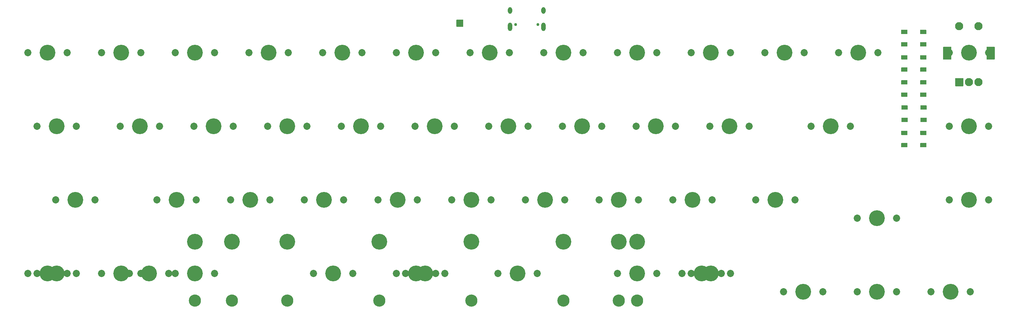
<source format=gts>
G04 #@! TF.GenerationSoftware,KiCad,Pcbnew,5.1.7-a382d34a8~87~ubuntu20.04.1*
G04 #@! TF.CreationDate,2020-10-08T17:39:55-07:00*
G04 #@! TF.ProjectId,Program Yoink,50726f67-7261-46d2-9059-6f696e6b2e6b,rev?*
G04 #@! TF.SameCoordinates,Original*
G04 #@! TF.FileFunction,Soldermask,Top*
G04 #@! TF.FilePolarity,Negative*
%FSLAX46Y46*%
G04 Gerber Fmt 4.6, Leading zero omitted, Abs format (unit mm)*
G04 Created by KiCad (PCBNEW 5.1.7-a382d34a8~87~ubuntu20.04.1) date 2020-10-08 17:39:55*
%MOMM*%
%LPD*%
G01*
G04 APERTURE LIST*
%ADD10C,4.089800*%
%ADD11C,1.852000*%
%ADD12C,0.752000*%
%ADD13O,1.102000X2.202000*%
%ADD14O,1.102000X1.702000*%
%ADD15C,2.102000*%
%ADD16C,3.150000*%
%ADD17C,0.100000*%
G04 APERTURE END LIST*
G36*
G01*
X-21348000Y257595000D02*
X-21348000Y259295000D01*
G75*
G02*
X-21297000Y259346000I51000J0D01*
G01*
X-19597000Y259346000D01*
G75*
G02*
X-19546000Y259295000I0J-51000D01*
G01*
X-19546000Y257595000D01*
G75*
G02*
X-19597000Y257544000I-51000J0D01*
G01*
X-21297000Y257544000D01*
G75*
G02*
X-21348000Y257595000I0J51000D01*
G01*
G37*
D10*
X75406250Y231775000D03*
D11*
X70326250Y231775000D03*
X80486250Y231775000D03*
D12*
X-285000Y258068750D03*
X-6065000Y258068750D03*
D13*
X-7495000Y257538750D03*
X1145000Y257538750D03*
D14*
X-7495000Y261718750D03*
X1145000Y261718750D03*
G36*
G01*
X109638400Y242147000D02*
X107638400Y242147000D01*
G75*
G02*
X107587400Y242198000I0J51000D01*
G01*
X107587400Y244198000D01*
G75*
G02*
X107638400Y244249000I51000J0D01*
G01*
X109638400Y244249000D01*
G75*
G02*
X109689400Y244198000I0J-51000D01*
G01*
X109689400Y242198000D01*
G75*
G02*
X109638400Y242147000I-51000J0D01*
G01*
G37*
D15*
X111138400Y243198000D03*
X113638400Y243198000D03*
G36*
G01*
X106538400Y249047000D02*
X104538400Y249047000D01*
G75*
G02*
X104487400Y249098000I0J51000D01*
G01*
X104487400Y252298000D01*
G75*
G02*
X104538400Y252349000I51000J0D01*
G01*
X106538400Y252349000D01*
G75*
G02*
X106589400Y252298000I0J-51000D01*
G01*
X106589400Y249098000D01*
G75*
G02*
X106538400Y249047000I-51000J0D01*
G01*
G37*
G36*
G01*
X117738400Y249047000D02*
X115738400Y249047000D01*
G75*
G02*
X115687400Y249098000I0J51000D01*
G01*
X115687400Y252298000D01*
G75*
G02*
X115738400Y252349000I51000J0D01*
G01*
X117738400Y252349000D01*
G75*
G02*
X117789400Y252298000I0J-51000D01*
G01*
X117789400Y249098000D01*
G75*
G02*
X117738400Y249047000I-51000J0D01*
G01*
G37*
X108638400Y257698000D03*
X113638400Y257698000D03*
G36*
G01*
X100115000Y253484000D02*
X100115000Y252484000D01*
G75*
G02*
X100064000Y252433000I-51000J0D01*
G01*
X98564000Y252433000D01*
G75*
G02*
X98513000Y252484000I0J51000D01*
G01*
X98513000Y253484000D01*
G75*
G02*
X98564000Y253535000I51000J0D01*
G01*
X100064000Y253535000D01*
G75*
G02*
X100115000Y253484000I0J-51000D01*
G01*
G37*
G36*
G01*
X100115000Y256684000D02*
X100115000Y255684000D01*
G75*
G02*
X100064000Y255633000I-51000J0D01*
G01*
X98564000Y255633000D01*
G75*
G02*
X98513000Y255684000I0J51000D01*
G01*
X98513000Y256684000D01*
G75*
G02*
X98564000Y256735000I51000J0D01*
G01*
X100064000Y256735000D01*
G75*
G02*
X100115000Y256684000I0J-51000D01*
G01*
G37*
G36*
G01*
X95215000Y253484000D02*
X95215000Y252484000D01*
G75*
G02*
X95164000Y252433000I-51000J0D01*
G01*
X93664000Y252433000D01*
G75*
G02*
X93613000Y252484000I0J51000D01*
G01*
X93613000Y253484000D01*
G75*
G02*
X93664000Y253535000I51000J0D01*
G01*
X95164000Y253535000D01*
G75*
G02*
X95215000Y253484000I0J-51000D01*
G01*
G37*
G36*
G01*
X95215000Y256684000D02*
X95215000Y255684000D01*
G75*
G02*
X95164000Y255633000I-51000J0D01*
G01*
X93664000Y255633000D01*
G75*
G02*
X93613000Y255684000I0J51000D01*
G01*
X93613000Y256684000D01*
G75*
G02*
X93664000Y256735000I51000J0D01*
G01*
X95164000Y256735000D01*
G75*
G02*
X95215000Y256684000I0J-51000D01*
G01*
G37*
G36*
G01*
X100152000Y246931000D02*
X100152000Y245931000D01*
G75*
G02*
X100101000Y245880000I-51000J0D01*
G01*
X98601000Y245880000D01*
G75*
G02*
X98550000Y245931000I0J51000D01*
G01*
X98550000Y246931000D01*
G75*
G02*
X98601000Y246982000I51000J0D01*
G01*
X100101000Y246982000D01*
G75*
G02*
X100152000Y246931000I0J-51000D01*
G01*
G37*
G36*
G01*
X100152000Y250131000D02*
X100152000Y249131000D01*
G75*
G02*
X100101000Y249080000I-51000J0D01*
G01*
X98601000Y249080000D01*
G75*
G02*
X98550000Y249131000I0J51000D01*
G01*
X98550000Y250131000D01*
G75*
G02*
X98601000Y250182000I51000J0D01*
G01*
X100101000Y250182000D01*
G75*
G02*
X100152000Y250131000I0J-51000D01*
G01*
G37*
G36*
G01*
X95252000Y246931000D02*
X95252000Y245931000D01*
G75*
G02*
X95201000Y245880000I-51000J0D01*
G01*
X93701000Y245880000D01*
G75*
G02*
X93650000Y245931000I0J51000D01*
G01*
X93650000Y246931000D01*
G75*
G02*
X93701000Y246982000I51000J0D01*
G01*
X95201000Y246982000D01*
G75*
G02*
X95252000Y246931000I0J-51000D01*
G01*
G37*
G36*
G01*
X95252000Y250131000D02*
X95252000Y249131000D01*
G75*
G02*
X95201000Y249080000I-51000J0D01*
G01*
X93701000Y249080000D01*
G75*
G02*
X93650000Y249131000I0J51000D01*
G01*
X93650000Y250131000D01*
G75*
G02*
X93701000Y250182000I51000J0D01*
G01*
X95201000Y250182000D01*
G75*
G02*
X95252000Y250131000I0J-51000D01*
G01*
G37*
G36*
G01*
X100152000Y240454000D02*
X100152000Y239454000D01*
G75*
G02*
X100101000Y239403000I-51000J0D01*
G01*
X98601000Y239403000D01*
G75*
G02*
X98550000Y239454000I0J51000D01*
G01*
X98550000Y240454000D01*
G75*
G02*
X98601000Y240505000I51000J0D01*
G01*
X100101000Y240505000D01*
G75*
G02*
X100152000Y240454000I0J-51000D01*
G01*
G37*
G36*
G01*
X100152000Y243654000D02*
X100152000Y242654000D01*
G75*
G02*
X100101000Y242603000I-51000J0D01*
G01*
X98601000Y242603000D01*
G75*
G02*
X98550000Y242654000I0J51000D01*
G01*
X98550000Y243654000D01*
G75*
G02*
X98601000Y243705000I51000J0D01*
G01*
X100101000Y243705000D01*
G75*
G02*
X100152000Y243654000I0J-51000D01*
G01*
G37*
G36*
G01*
X95252000Y240454000D02*
X95252000Y239454000D01*
G75*
G02*
X95201000Y239403000I-51000J0D01*
G01*
X93701000Y239403000D01*
G75*
G02*
X93650000Y239454000I0J51000D01*
G01*
X93650000Y240454000D01*
G75*
G02*
X93701000Y240505000I51000J0D01*
G01*
X95201000Y240505000D01*
G75*
G02*
X95252000Y240454000I0J-51000D01*
G01*
G37*
G36*
G01*
X95252000Y243654000D02*
X95252000Y242654000D01*
G75*
G02*
X95201000Y242603000I-51000J0D01*
G01*
X93701000Y242603000D01*
G75*
G02*
X93650000Y242654000I0J51000D01*
G01*
X93650000Y243654000D01*
G75*
G02*
X93701000Y243705000I51000J0D01*
G01*
X95201000Y243705000D01*
G75*
G02*
X95252000Y243654000I0J-51000D01*
G01*
G37*
G36*
G01*
X100189000Y233926000D02*
X100189000Y232926000D01*
G75*
G02*
X100138000Y232875000I-51000J0D01*
G01*
X98638000Y232875000D01*
G75*
G02*
X98587000Y232926000I0J51000D01*
G01*
X98587000Y233926000D01*
G75*
G02*
X98638000Y233977000I51000J0D01*
G01*
X100138000Y233977000D01*
G75*
G02*
X100189000Y233926000I0J-51000D01*
G01*
G37*
G36*
G01*
X100189000Y237126000D02*
X100189000Y236126000D01*
G75*
G02*
X100138000Y236075000I-51000J0D01*
G01*
X98638000Y236075000D01*
G75*
G02*
X98587000Y236126000I0J51000D01*
G01*
X98587000Y237126000D01*
G75*
G02*
X98638000Y237177000I51000J0D01*
G01*
X100138000Y237177000D01*
G75*
G02*
X100189000Y237126000I0J-51000D01*
G01*
G37*
G36*
G01*
X95289000Y233926000D02*
X95289000Y232926000D01*
G75*
G02*
X95238000Y232875000I-51000J0D01*
G01*
X93738000Y232875000D01*
G75*
G02*
X93687000Y232926000I0J51000D01*
G01*
X93687000Y233926000D01*
G75*
G02*
X93738000Y233977000I51000J0D01*
G01*
X95238000Y233977000D01*
G75*
G02*
X95289000Y233926000I0J-51000D01*
G01*
G37*
G36*
G01*
X95289000Y237126000D02*
X95289000Y236126000D01*
G75*
G02*
X95238000Y236075000I-51000J0D01*
G01*
X93738000Y236075000D01*
G75*
G02*
X93687000Y236126000I0J51000D01*
G01*
X93687000Y237126000D01*
G75*
G02*
X93738000Y237177000I51000J0D01*
G01*
X95238000Y237177000D01*
G75*
G02*
X95289000Y237126000I0J-51000D01*
G01*
G37*
G36*
G01*
X100152000Y227373000D02*
X100152000Y226373000D01*
G75*
G02*
X100101000Y226322000I-51000J0D01*
G01*
X98601000Y226322000D01*
G75*
G02*
X98550000Y226373000I0J51000D01*
G01*
X98550000Y227373000D01*
G75*
G02*
X98601000Y227424000I51000J0D01*
G01*
X100101000Y227424000D01*
G75*
G02*
X100152000Y227373000I0J-51000D01*
G01*
G37*
G36*
G01*
X100152000Y230573000D02*
X100152000Y229573000D01*
G75*
G02*
X100101000Y229522000I-51000J0D01*
G01*
X98601000Y229522000D01*
G75*
G02*
X98550000Y229573000I0J51000D01*
G01*
X98550000Y230573000D01*
G75*
G02*
X98601000Y230624000I51000J0D01*
G01*
X100101000Y230624000D01*
G75*
G02*
X100152000Y230573000I0J-51000D01*
G01*
G37*
G36*
G01*
X95252000Y227373000D02*
X95252000Y226373000D01*
G75*
G02*
X95201000Y226322000I-51000J0D01*
G01*
X93701000Y226322000D01*
G75*
G02*
X93650000Y226373000I0J51000D01*
G01*
X93650000Y227373000D01*
G75*
G02*
X93701000Y227424000I51000J0D01*
G01*
X95201000Y227424000D01*
G75*
G02*
X95252000Y227373000I0J-51000D01*
G01*
G37*
G36*
G01*
X95252000Y230573000D02*
X95252000Y229573000D01*
G75*
G02*
X95201000Y229522000I-51000J0D01*
G01*
X93701000Y229522000D01*
G75*
G02*
X93650000Y229573000I0J51000D01*
G01*
X93650000Y230573000D01*
G75*
G02*
X93701000Y230624000I51000J0D01*
G01*
X95201000Y230624000D01*
G75*
G02*
X95252000Y230573000I0J-51000D01*
G01*
G37*
D10*
X68262500Y188912500D03*
D11*
X63182500Y188912500D03*
X73342500Y188912500D03*
D10*
X42068750Y193675000D03*
D11*
X36988750Y193675000D03*
X47148750Y193675000D03*
D10*
X-29368750Y193675000D03*
D11*
X-34448750Y193675000D03*
X-24288750Y193675000D03*
D16*
X-79368650Y186690000D03*
X20631150Y186690000D03*
D10*
X-79368650Y201930000D03*
X20631150Y201930000D03*
X-100806250Y193675000D03*
D11*
X-105886250Y193675000D03*
X-95726250Y193675000D03*
D10*
X-124618750Y193675000D03*
D11*
X-129698750Y193675000D03*
X-119538750Y193675000D03*
D10*
X106362500Y188912500D03*
D11*
X101282500Y188912500D03*
X111442500Y188912500D03*
D10*
X87312500Y188912500D03*
D11*
X82232500Y188912500D03*
X92392500Y188912500D03*
D10*
X44450000Y193675000D03*
D11*
X39370000Y193675000D03*
X49530000Y193675000D03*
D10*
X25400000Y193675000D03*
D11*
X20320000Y193675000D03*
X30480000Y193675000D03*
D10*
X-5556250Y193675000D03*
D11*
X-10636250Y193675000D03*
X-476250Y193675000D03*
D16*
X-17462500Y186690000D03*
X6350000Y186690000D03*
D10*
X-17462500Y201930000D03*
X6350000Y201930000D03*
X-31750000Y193675000D03*
D11*
X-36830000Y193675000D03*
X-26670000Y193675000D03*
D16*
X-88900000Y186690000D03*
X25400000Y186690000D03*
D10*
X-88900000Y201930000D03*
X25400000Y201930000D03*
X-53181250Y193675000D03*
D11*
X-58261250Y193675000D03*
X-48101250Y193675000D03*
D16*
X-65087500Y186690000D03*
X-41275000Y186690000D03*
D10*
X-65087500Y201930000D03*
X-41275000Y201930000D03*
X-88900000Y193675000D03*
D11*
X-93980000Y193675000D03*
X-83820000Y193675000D03*
D10*
X-107950000Y193675000D03*
D11*
X-113030000Y193675000D03*
X-102870000Y193675000D03*
D10*
X-127000000Y193675000D03*
D11*
X-132080000Y193675000D03*
X-121920000Y193675000D03*
D10*
X111125000Y212725000D03*
D11*
X106045000Y212725000D03*
X116205000Y212725000D03*
D10*
X87312500Y207962500D03*
D11*
X82232500Y207962500D03*
X92392500Y207962500D03*
D10*
X61118750Y212725000D03*
D11*
X56038750Y212725000D03*
X66198750Y212725000D03*
D10*
X39687500Y212725000D03*
D11*
X34607500Y212725000D03*
X44767500Y212725000D03*
D10*
X20637500Y212725000D03*
D11*
X15557500Y212725000D03*
X25717500Y212725000D03*
D10*
X1587500Y212725000D03*
D11*
X-3492500Y212725000D03*
X6667500Y212725000D03*
D10*
X-17462500Y212725000D03*
D11*
X-22542500Y212725000D03*
X-12382500Y212725000D03*
D10*
X-36512500Y212725000D03*
D11*
X-41592500Y212725000D03*
X-31432500Y212725000D03*
D10*
X-55562500Y212725000D03*
D11*
X-60642500Y212725000D03*
X-50482500Y212725000D03*
D10*
X-74612500Y212725000D03*
D11*
X-79692500Y212725000D03*
X-69532500Y212725000D03*
D10*
X-93662500Y212725000D03*
D11*
X-98742500Y212725000D03*
X-88582500Y212725000D03*
D10*
X-119856250Y212725000D03*
D11*
X-124936250Y212725000D03*
X-114776250Y212725000D03*
D10*
X111125000Y231775000D03*
D11*
X106045000Y231775000D03*
X116205000Y231775000D03*
D10*
X49212500Y231775000D03*
D11*
X44132500Y231775000D03*
X54292500Y231775000D03*
D10*
X30162500Y231775000D03*
D11*
X25082500Y231775000D03*
X35242500Y231775000D03*
D10*
X11112500Y231775000D03*
D11*
X6032500Y231775000D03*
X16192500Y231775000D03*
D10*
X-7937500Y231775000D03*
D11*
X-13017500Y231775000D03*
X-2857500Y231775000D03*
D10*
X-26987500Y231775000D03*
D11*
X-32067500Y231775000D03*
X-21907500Y231775000D03*
D10*
X-46037500Y231775000D03*
D11*
X-51117500Y231775000D03*
X-40957500Y231775000D03*
D10*
X-65087500Y231775000D03*
D11*
X-70167500Y231775000D03*
X-60007500Y231775000D03*
D10*
X-84137500Y231775000D03*
D11*
X-89217500Y231775000D03*
X-79057500Y231775000D03*
D10*
X-103187500Y231775000D03*
D11*
X-108267500Y231775000D03*
X-98107500Y231775000D03*
D10*
X-124618750Y231775000D03*
D11*
X-129698750Y231775000D03*
X-119538750Y231775000D03*
D10*
X111125000Y250825000D03*
D11*
X106045000Y250825000D03*
X116205000Y250825000D03*
D10*
X82550000Y250825000D03*
D11*
X77470000Y250825000D03*
X87630000Y250825000D03*
D10*
X63500000Y250825000D03*
D11*
X58420000Y250825000D03*
X68580000Y250825000D03*
D10*
X44450000Y250825000D03*
D11*
X39370000Y250825000D03*
X49530000Y250825000D03*
D10*
X25400000Y250825000D03*
D11*
X20320000Y250825000D03*
X30480000Y250825000D03*
D10*
X6350000Y250825000D03*
D11*
X1270000Y250825000D03*
X11430000Y250825000D03*
D10*
X-12700000Y250825000D03*
D11*
X-17780000Y250825000D03*
X-7620000Y250825000D03*
D10*
X-31750000Y250825000D03*
D11*
X-36830000Y250825000D03*
X-26670000Y250825000D03*
D10*
X-50800000Y250825000D03*
D11*
X-55880000Y250825000D03*
X-45720000Y250825000D03*
D10*
X-69850000Y250825000D03*
D11*
X-74930000Y250825000D03*
X-64770000Y250825000D03*
D10*
X-88900000Y250825000D03*
D11*
X-93980000Y250825000D03*
X-83820000Y250825000D03*
D10*
X-107950000Y250825000D03*
D11*
X-113030000Y250825000D03*
X-102870000Y250825000D03*
D10*
X-127000000Y250825000D03*
D11*
X-132080000Y250825000D03*
X-121920000Y250825000D03*
D17*
G36*
X-94851277Y193375572D02*
G01*
X-94794886Y193239434D01*
X-94751426Y193174391D01*
X-94751295Y193172395D01*
X-94752958Y193171284D01*
X-94754635Y193172011D01*
X-94766158Y193186052D01*
X-94784795Y193201348D01*
X-94806058Y193212713D01*
X-94829133Y193219713D01*
X-94853124Y193222076D01*
X-94877115Y193219713D01*
X-94900190Y193212713D01*
X-94921454Y193201348D01*
X-94940091Y193186053D01*
X-94951615Y193172011D01*
X-94953487Y193171307D01*
X-94955033Y193172576D01*
X-94954824Y193174391D01*
X-94911364Y193239434D01*
X-94854973Y193375572D01*
X-94853386Y193376790D01*
X-94851277Y193375572D01*
G37*
G36*
X-94951615Y194177989D02*
G01*
X-94940092Y194163948D01*
X-94921455Y194148652D01*
X-94900192Y194137287D01*
X-94877117Y194130287D01*
X-94853126Y194127924D01*
X-94829135Y194130287D01*
X-94806060Y194137287D01*
X-94784796Y194148652D01*
X-94766159Y194163947D01*
X-94754635Y194177989D01*
X-94752763Y194178693D01*
X-94751217Y194177424D01*
X-94751426Y194175609D01*
X-94794886Y194110566D01*
X-94851277Y193974428D01*
X-94852864Y193973210D01*
X-94854973Y193974428D01*
X-94911364Y194110566D01*
X-94954824Y194175609D01*
X-94954955Y194177605D01*
X-94953292Y194178716D01*
X-94951615Y194177989D01*
G37*
M02*

</source>
